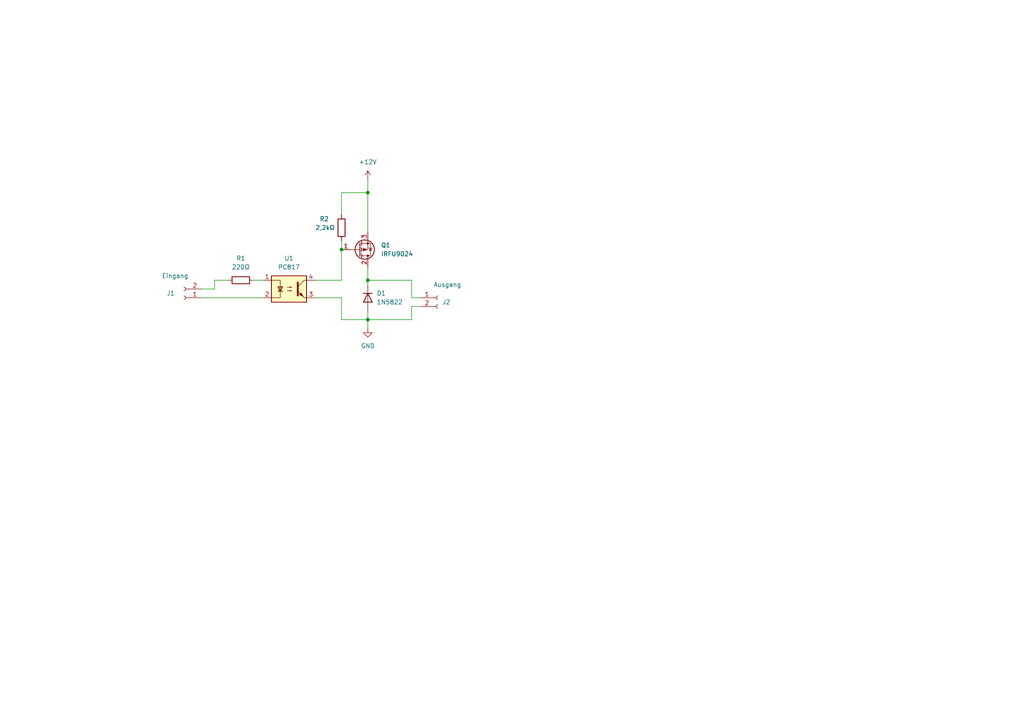
<source format=kicad_sch>
(kicad_sch (version 20211123) (generator eeschema)
  (paper "A4")
  (lib_symbols
    (symbol "Connector:Conn_01x02_Female" (pin_names (offset 1.016) hide)
      (property "Reference" "J" (at 0 2.54 0))
      (property "Value" "Conn_01x02_Female" (at 0 -5.08 0))
      (symbol "Conn_01x02_Female_1_1"
        (arc (start 0 -2.032) (mid -0.508 -2.54) (end 0 -3.048) (stroke (width 0.1524)))
        (polyline (pts (xy -1.27 -2.54) (xy -0.508 -2.54)) (stroke (width 0.1524)))
        (polyline (pts (xy -1.27 0) (xy -0.508 0)) (stroke (width 0.1524)))
        (arc (start 0 0.508) (mid -0.508 0) (end 0 -0.508) (stroke (width 0.1524)))
        (pin passive line (at -5.08 0 0) (length 3.81) (name "Pin_1") (number "1"))
        (pin passive line (at -5.08 -2.54 0) (length 3.81) (name "Pin_2") (number "2"))
      )
    )
    (symbol "Device:D" (pin_numbers hide) (pin_names (offset 1.016) hide)
      (property "Reference" "D" (at 0 2.54 0))
      (property "Value" "D" (at 0 -2.54 0))
      (symbol "D_0_1"
        (polyline (pts (xy -1.27 1.27) (xy -1.27 -1.27)) (stroke (width 0.254)))
        (polyline (pts (xy 1.27 0) (xy -1.27 0)))
        (polyline (pts (xy 1.27 1.27) (xy 1.27 -1.27) (xy -1.27 0) (xy 1.27 1.27)) (stroke (width 0.254)))
      )
      (symbol "D_1_1"
        (pin passive line (at -3.81 0 0) (length 2.54) (name "K") (number "1"))
        (pin passive line (at 3.81 0 180) (length 2.54) (name "A") (number "2"))
      )
    )
    (symbol "Device:Q_PMOS_GDS" (pin_names (offset 0) hide)
      (property "Reference" "Q" (at 5.08 1.27 0))
      (property "Value" "Q_PMOS_GDS" (at 5.08 -1.27 0))
      (symbol "Q_PMOS_GDS_0_1"
        (polyline (pts (xy 0.254 0) (xy -2.54 0)))
        (polyline (pts (xy 0.254 1.905) (xy 0.254 -1.905)) (stroke (width 0.254)))
        (polyline (pts (xy 0.762 -1.27) (xy 0.762 -2.286)) (stroke (width 0.254)))
        (polyline (pts (xy 0.762 0.508) (xy 0.762 -0.508)) (stroke (width 0.254)))
        (polyline (pts (xy 0.762 2.286) (xy 0.762 1.27)) (stroke (width 0.254)))
        (polyline (pts (xy 2.54 2.54) (xy 2.54 1.778)))
        (polyline (pts (xy 2.54 -2.54) (xy 2.54 0) (xy 0.762 0)))
        (polyline (pts (xy 0.762 1.778) (xy 3.302 1.778) (xy 3.302 -1.778) (xy 0.762 -1.778)))
        (polyline (pts (xy 2.286 0) (xy 1.27 0.381) (xy 1.27 -0.381) (xy 2.286 0)) (fill (type outline)))
        (polyline (pts (xy 2.794 -0.508) (xy 2.921 -0.381) (xy 3.683 -0.381) (xy 3.81 -0.254)))
        (polyline (pts (xy 3.302 -0.381) (xy 2.921 0.254) (xy 3.683 0.254) (xy 3.302 -0.381)))
        (circle (center 1.651 0) (radius 2.794) (stroke (width 0.254)))
        (circle (center 2.54 -1.778) (radius 0.254) (fill (type outline)))
        (circle (center 2.54 1.778) (radius 0.254) (fill (type outline)))
      )
      (symbol "Q_PMOS_GDS_1_1"
        (pin input line (at -5.08 0 0) (length 2.54) (name "G") (number "1"))
        (pin passive line (at 2.54 5.08 270) (length 2.54) (name "D") (number "2"))
        (pin passive line (at 2.54 -5.08 90) (length 2.54) (name "S") (number "3"))
      )
    )
    (symbol "Device:R" (pin_numbers hide) (pin_names (offset 0))
      (property "Reference" "R" (at 2.032 0 90))
      (property "Value" "R" (at 0 0 90))
      (symbol "R_0_1"
        (rectangle (start -1.016 -2.54) (end 1.016 2.54) (stroke (width 0.254)))
      )
      (symbol "R_1_1"
        (pin passive line (at 0 3.81 270) (length 1.27) (name "~") (number "1"))
        (pin passive line (at 0 -3.81 90) (length 1.27) (name "~") (number "2"))
      )
    )
    (symbol "Isolator:PC817" (pin_names (offset 1.016))
      (property "Reference" "U" (at -5.08 5.08 0))
      (property "Value" "PC817" (at 0 5.08 0))
      (symbol "PC817_0_1"
        (rectangle (start -5.08 3.81) (end 5.08 -3.81) (stroke (width 0.254)) (fill (type background)))
        (polyline (pts (xy -3.175 -0.635) (xy -1.905 -0.635)) (stroke (width 0.254)))
        (polyline (pts (xy 2.54 0.635) (xy 4.445 2.54)))
        (polyline (pts (xy 4.445 -2.54) (xy 2.54 -0.635)) (fill (type outline)))
        (polyline (pts (xy 4.445 -2.54) (xy 5.08 -2.54)))
        (polyline (pts (xy 4.445 2.54) (xy 5.08 2.54)))
        (polyline (pts (xy -5.08 2.54) (xy -2.54 2.54) (xy -2.54 -0.635)))
        (polyline (pts (xy -2.54 -0.635) (xy -2.54 -2.54) (xy -5.08 -2.54)))
        (polyline (pts (xy 2.54 1.905) (xy 2.54 -1.905) (xy 2.54 -1.905)) (stroke (width 0.508)))
        (polyline (pts (xy -2.54 -0.635) (xy -3.175 0.635) (xy -1.905 0.635) (xy -2.54 -0.635)) (stroke (width 0.254)))
        (polyline (pts (xy -0.508 -0.508) (xy 0.762 -0.508) (xy 0.381 -0.635) (xy 0.381 -0.381) (xy 0.762 -0.508)))
        (polyline (pts (xy -0.508 0.508) (xy 0.762 0.508) (xy 0.381 0.381) (xy 0.381 0.635) (xy 0.762 0.508)))
        (polyline (pts (xy 3.048 -1.651) (xy 3.556 -1.143) (xy 4.064 -2.159) (xy 3.048 -1.651) (xy 3.048 -1.651)) (fill (type outline)))
      )
      (symbol "PC817_1_1"
        (pin passive line (at -7.62 2.54 0) (length 2.54) (name "~") (number "1"))
        (pin passive line (at -7.62 -2.54 0) (length 2.54) (name "~") (number "2"))
        (pin passive line (at 7.62 -2.54 180) (length 2.54) (name "~") (number "3"))
        (pin passive line (at 7.62 2.54 180) (length 2.54) (name "~") (number "4"))
      )
    )
    (symbol "power:+12V" (power) (pin_names (offset 0))
      (property "Value" "+12V" (at 0 3.556 0))
      (symbol "+12V_0_1"
        (polyline (pts (xy -0.762 1.27) (xy 0 2.54)))
        (polyline (pts (xy 0 0) (xy 0 2.54)))
        (polyline (pts (xy 0 2.54) (xy 0.762 1.27)))
      )
      (symbol "+12V_1_1"
        (pin power_in line (at 0 0 90) (length 0) hide (name "+12V") (number "1"))
      )
    )
    (symbol "power:GND" (power) (pin_names (offset 0))
      (property "Value" "GND" (at 0 -3.81 0))
      (symbol "GND_0_1"
        (polyline (pts (xy 0 0) (xy 0 -1.27) (xy 1.27 -1.27) (xy 0 -2.54) (xy -1.27 -1.27) (xy 0 -1.27)))
      )
      (symbol "GND_1_1"
        (pin power_in line (at 0 0 270) (length 0) hide (name "GND") (number "1"))
      )
    )
  )
  (junction (at 106.68 92.71))
  (junction (at 99.06 72.39))
  (junction (at 106.68 81.28))
  (junction (at 106.68 55.88))
  (wire (pts (xy 58.42 86.36) (xy 76.2 86.36)))
  (wire (pts (xy 119.38 92.71) (xy 106.68 92.71)))
  (wire (pts (xy 121.92 88.9) (xy 119.38 88.9)))
  (wire (pts (xy 106.68 81.28) (xy 106.68 82.55)))
  (wire (pts (xy 106.68 52.07) (xy 106.68 55.88)))
  (wire (pts (xy 119.38 81.28) (xy 106.68 81.28)))
  (wire (pts (xy 91.44 86.36) (xy 99.06 86.36)))
  (wire (pts (xy 62.23 83.82) (xy 62.23 81.28)))
  (wire (pts (xy 73.66 81.28) (xy 76.2 81.28)))
  (wire (pts (xy 99.06 62.23) (xy 99.06 55.88)))
  (wire (pts (xy 99.06 69.85) (xy 99.06 72.39)))
  (wire (pts (xy 106.68 92.71) (xy 106.68 95.25)))
  (wire (pts (xy 58.42 83.82) (xy 62.23 83.82)))
  (wire (pts (xy 62.23 81.28) (xy 66.04 81.28)))
  (wire (pts (xy 119.38 88.9) (xy 119.38 92.71)))
  (wire (pts (xy 99.06 72.39) (xy 99.06 81.28)))
  (wire (pts (xy 106.68 55.88) (xy 106.68 67.31)))
  (wire (pts (xy 99.06 55.88) (xy 106.68 55.88)))
  (wire (pts (xy 119.38 86.36) (xy 119.38 81.28)))
  (wire (pts (xy 121.92 86.36) (xy 119.38 86.36)))
  (wire (pts (xy 99.06 92.71) (xy 106.68 92.71)))
  (wire (pts (xy 106.68 90.17) (xy 106.68 92.71)))
  (wire (pts (xy 99.06 86.36) (xy 99.06 92.71)))
  (wire (pts (xy 91.44 81.28) (xy 99.06 81.28)))
  (wire (pts (xy 106.68 77.47) (xy 106.68 81.28)))
  (symbol (lib_id "power:GND") (at 106.68 95.25 0) (unit 1)
    (property "Reference" "#PWR02" (effects hide))
    (property "Value" "GND" (at 106.68 100.33 0))
  )
  (symbol (lib_id "Device:D") (at 106.68 86.36 270) (unit 1)
    (property "Reference" "D1" (at 109.22 85.0899 90) (effects (justify left)))
    (property "Value" "1N5822" (at 109.22 87.6299 90) (effects (justify left)))
  )
  (symbol (lib_id "Connector:Conn_01x02_Female") (at 127 86.36 0) (unit 1)
    (property "Reference" "J2" (at 128.27 87.63 0) (effects (justify left)))
    (property "Value" "Ausgang" (at 125.73 82.55 0) (effects (justify left)))
  )
  (symbol (lib_id "Connector:Conn_01x02_Female") (at 53.34 86.36 180) (unit 1)
    (property "Reference" "J1" (at 49.53 85.09 0))
    (property "Value" "Eingang" (at 50.8 80.01 0))
  )
  (symbol (lib_id "Device:R") (at 99.06 66.04 0) (unit 1)
    (property "Reference" "R2" (at 92.71 63.5 0) (effects (justify left)))
    (property "Value" "2,2kΩ" (at 91.44 66.04 0) (effects (justify left)))
  )
  (symbol (lib_id "Device:Q_PMOS_GDS") (at 104.14 72.39 0) (mirror x) (unit 1)
    (property "Reference" "Q1" (at 110.49 71.1199 0) (effects (justify left)))
    (property "Value" "IRFU9024" (at 110.49 73.6599 0) (effects (justify left)))
  )
  (symbol (lib_id "Isolator:PC817") (at 83.82 83.82 0) (unit 1)
    (property "Reference" "U1" (at 83.82 74.93 0))
    (property "Value" "PC817" (at 83.82 77.47 0))
    (property "Footprint" "Package_DIP:DIP-4_W7.62mm" (effects hide))
    (property "Datasheet" "http://www.soselectronic.cz/a_info/resource/d/pc817.pdf" (effects hide))
  )
  (symbol (lib_id "Device:R") (at 69.85 81.28 90) (unit 1)
    (property "Reference" "R1" (at 69.85 74.93 90))
    (property "Value" "220Ω" (at 69.85 77.47 90))
  )
  (symbol (lib_id "power:+12V") (at 106.68 52.07 0) (unit 1)
    (property "Reference" "#PWR01" (effects hide))
    (property "Value" "+12V" (at 106.68 46.99 0))
  )
)
</source>
